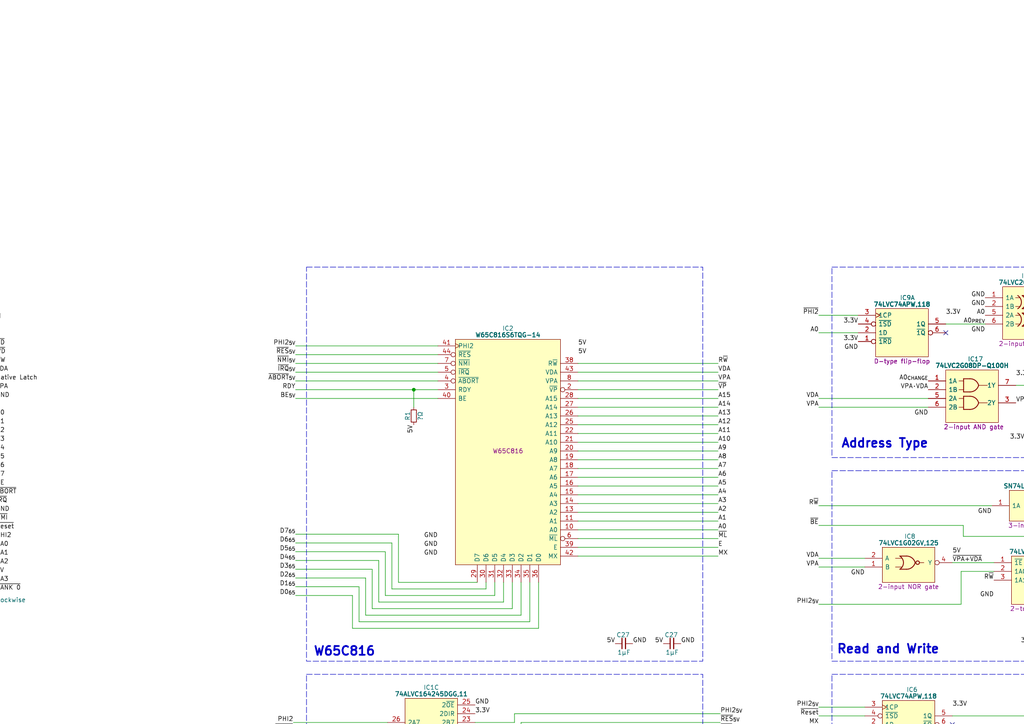
<source format=kicad_sch>
(kicad_sch (version 20230121) (generator eeschema)
  (paper "A4")
  (junction (at 144.145 274.32))
  (junction (at 120.015 113.03))
  (junction (at 440.69 187.96))
  (junction (at 114.935 274.32))
  (no_connect (at 440.69 88.265))
  (no_connect (at 349.885 163.195))
  (no_connect (at 313.69 168.275))
  (no_connect (at 428.625 277.495))
  (no_connect (at -1.27 97.79))
  (no_connect (at 311.15 87.63))
  (no_connect (at 313.69 165.735))
  (no_connect (at -13.97 166.37))
  (no_connect (at 276.225 210.185))
  (no_connect (at 276.225 220.345))
  (no_connect (at 440.69 93.345))
  (no_connect (at 440.69 90.805))
  (no_connect (at 274.32 96.52))
  (no_connect (at 140.335 279.4))
  (wire (pts (xy 512.445 116.205) (xy 486.41 116.205)))
  (wire (pts (xy 99.695 274.32) (xy 114.935 274.32)))
  (wire (pts (xy 85.725 113.03) (xy 120.015 113.03)))
  (wire (pts (xy 99.695 274.32) (xy 99.695 279.4)))
  (wire (pts (xy 208.28 130.81) (xy 167.64 130.81)))
  (wire (pts (xy 85.725 115.57) (xy 127 115.57)))
  (wire (pts (xy 120.015 118.11) (xy 120.015 113.03)))
  (wire (pts (xy 208.28 133.35) (xy 167.64 133.35)))
  (wire (pts (xy 115.57 168.91) (xy 115.57 154.94)))
  (wire (pts (xy 512.445 111.125) (xy 486.41 111.125)))
  (wire (pts (xy 445.77 109.22) (xy 445.77 106.045)))
  (wire (pts (xy 440.055 101.6) (xy 440.055 98.425)))
  (wire (pts (xy 274.32 93.98) (xy 285.75 93.98)))
  (wire (pts (xy 237.49 115.57) (xy 269.24 115.57)))
  (wire (pts (xy 85.725 107.95) (xy 127 107.95)))
  (wire (pts (xy 451.485 116.84) (xy 451.485 113.665)))
  (wire (pts (xy 320.04 158.115) (xy 320.04 146.685)))
  (wire (pts (xy 237.49 118.11) (xy 269.24 118.11)))
  (wire (pts (xy 208.28 158.75) (xy 167.64 158.75)))
  (wire (pts (xy 156.21 182.245) (xy 102.235 182.245)))
  (wire (pts (xy 389.89 85.725) (xy 415.29 85.725)))
  (wire (pts (xy 114.935 274.32) (xy 114.935 276.86)))
  (wire (pts (xy 455.295 121.92) (xy 455.295 118.745)))
  (wire (pts (xy 158.75 219.71) (xy 158.75 222.25)))
  (wire (pts (xy 441.96 100.965) (xy 461.01 100.965)))
  (wire (pts (xy 113.665 157.48) (xy 85.725 157.48)))
  (wire (pts (xy 360.045 217.805) (xy 276.225 217.805)))
  (wire (pts (xy 85.725 170.18) (xy 104.14 170.18)))
  (wire (pts (xy 109.855 174.625) (xy 146.05 174.625)))
  (wire (pts (xy 512.445 208.28) (xy 486.41 208.28)))
  (wire (pts (xy 208.28 156.21) (xy 167.64 156.21)))
  (wire (pts (xy 154.94 217.17) (xy 137.795 217.17)))
  (wire (pts (xy 208.28 118.11) (xy 167.64 118.11)))
  (wire (pts (xy 278.765 175.26) (xy 278.765 165.735)))
  (wire (pts (xy 208.28 161.29) (xy 167.64 161.29)))
  (wire (pts (xy 360.045 273.685) (xy 342.9 273.685)))
  (wire (pts (xy 360.045 207.645) (xy 276.225 207.645)))
  (wire (pts (xy 208.28 125.73) (xy 167.64 125.73)))
  (wire (pts (xy 309.245 273.685) (xy 309.245 280.035)))
  (wire (pts (xy 102.235 182.245) (xy 102.235 172.72)))
  (wire (pts (xy 445.77 106.045) (xy 461.01 106.045)))
  (wire (pts (xy 154.94 214.63) (xy 154.94 217.17)))
  (wire (pts (xy 449.58 111.125) (xy 461.01 111.125)))
  (wire (pts (xy 512.445 118.745) (xy 486.41 118.745)))
  (wire (pts (xy 156.845 219.71) (xy 137.795 219.71)))
  (wire (pts (xy 138.43 168.91) (xy 115.57 168.91)))
  (wire (pts (xy 389.89 114.3) (xy 449.58 114.3)))
  (wire (pts (xy 453.39 119.38) (xy 453.39 116.205)))
  (wire (pts (xy 389.89 149.86) (xy 415.29 149.86)))
  (wire (pts (xy 151.13 209.55) (xy 151.13 212.09)))
  (wire (pts (xy 311.15 276.225) (xy 311.15 294.64)))
  (wire (pts (xy 389.89 165.1) (xy 415.29 165.1)))
  (wire (pts (xy 111.76 172.72) (xy 111.76 160.02)))
  (wire (pts (xy 153.67 180.34) (xy 153.67 168.91)))
  (wire (pts (xy 443.865 103.505) (xy 461.01 103.505)))
  (wire (pts (xy 208.28 120.65) (xy 167.64 120.65)))
  (wire (pts (xy 208.28 143.51) (xy 167.64 143.51)))
  (wire (pts (xy 321.31 170.815) (xy 321.31 168.275)))
  (wire (pts (xy 389.89 162.56) (xy 415.29 162.56)))
  (wire (pts (xy 512.445 274.955) (xy 428.625 274.955)))
  (wire (pts (xy 85.09 222.25) (xy 112.395 222.25)))
  (wire (pts (xy 151.13 212.09) (xy 137.795 212.09)))
  (wire (pts (xy 85.09 212.09) (xy 112.395 212.09)))
  (wire (pts (xy 120.015 113.03) (xy 127 113.03)))
  (wire (pts (xy 307.975 271.145) (xy 317.5 271.145)))
  (wire (pts (xy 237.49 205.105) (xy 250.825 205.105)))
  (wire (pts (xy 389.89 167.64) (xy 415.29 167.64)))
  (wire (pts (xy 208.28 113.03) (xy 167.64 113.03)))
  (wire (pts (xy 144.145 279.4) (xy 144.145 274.32)))
  (wire (pts (xy 85.09 209.55) (xy 112.395 209.55)))
  (wire (pts (xy 389.89 101.6) (xy 440.055 101.6)))
  (wire (pts (xy 238.125 297.18) (xy 279.4 297.18)))
  (wire (pts (xy 106.045 167.64) (xy 85.725 167.64)))
  (wire (pts (xy 237.49 152.4) (xy 279.4 152.4)))
  (wire (pts (xy 156.21 168.91) (xy 156.21 182.245)))
  (wire (pts (xy 104.14 170.18) (xy 104.14 180.34)))
  (wire (pts (xy 512.445 108.585) (xy 486.41 108.585)))
  (wire (pts (xy 321.31 168.275) (xy 324.485 168.275)))
  (wire (pts (xy 208.28 140.97) (xy 167.64 140.97)))
  (wire (pts (xy 208.915 219.71) (xy 158.75 219.71)))
  (wire (pts (xy 148.59 168.91) (xy 148.59 176.53)))
  (wire (pts (xy 144.145 274.32) (xy 149.225 274.32)))
  (wire (pts (xy 106.045 178.435) (xy 106.045 167.64)))
  (wire (pts (xy 102.235 172.72) (xy 85.725 172.72)))
  (wire (pts (xy 512.445 106.045) (xy 486.41 106.045)))
  (wire (pts (xy 85.725 102.87) (xy 127 102.87)))
  (wire (pts (xy 512.445 198.12) (xy 486.41 198.12)))
  (wire (pts (xy 512.445 210.82) (xy 486.41 210.82)))
  (wire (pts (xy 276.225 163.195) (xy 288.29 163.195)))
  (wire (pts (xy 512.445 203.2) (xy 486.41 203.2)))
  (wire (pts (xy 208.28 153.67) (xy 167.64 153.67)))
  (wire (pts (xy 324.485 158.115) (xy 320.04 158.115)))
  (wire (pts (xy 208.28 148.59) (xy 167.64 148.59)))
  (wire (pts (xy 85.725 105.41) (xy 127 105.41)))
  (wire (pts (xy 85.09 219.71) (xy 112.395 219.71)))
  (wire (pts (xy 151.13 168.91) (xy 151.13 178.435)))
  (wire (pts (xy 389.89 90.805) (xy 415.29 90.805)))
  (wire (pts (xy 153.035 214.63) (xy 137.795 214.63)))
  (wire (pts (xy 389.89 280.035) (xy 403.225 280.035)))
  (wire (pts (xy 238.125 292.1) (xy 279.4 292.1)))
  (wire (pts (xy 149.225 209.55) (xy 137.795 209.55)))
  (wire (pts (xy 389.89 147.32) (xy 415.29 147.32)))
  (wire (pts (xy 237.49 175.26) (xy 278.765 175.26)))
  (wire (pts (xy 440.055 98.425) (xy 461.01 98.425)))
  (wire (pts (xy 237.49 210.185) (xy 250.825 210.185)))
  (wire (pts (xy 389.89 157.48) (xy 415.29 157.48)))
  (wire (pts (xy 85.725 154.94) (xy 115.57 154.94)))
  (wire (pts (xy 512.445 103.505) (xy 486.41 103.505)))
  (wire (pts (xy 237.49 96.52) (xy 248.92 96.52)))
  (wire (pts (xy 389.89 121.92) (xy 455.295 121.92)))
  (wire (pts (xy 85.09 217.17) (xy 112.395 217.17)))
  (wire (pts (xy 208.915 217.17) (xy 156.845 217.17)))
  (wire (pts (xy 143.51 168.91) (xy 143.51 172.72)))
  (wire (pts (xy 237.49 264.795) (xy 278.765 264.795)))
  (wire (pts (xy 360.045 92.71) (xy 349.885 92.71)))
  (wire (pts (xy 320.04 146.685) (xy 313.055 146.685)))
  (wire (pts (xy 512.445 195.58) (xy 486.41 195.58)))
  (wire (pts (xy 304.165 264.795) (xy 307.975 264.795)))
  (wire (pts (xy 208.28 138.43) (xy 167.64 138.43)))
  (wire (pts (xy 237.49 207.645) (xy 250.825 207.645)))
  (wire (pts (xy 512.445 205.74) (xy 486.41 205.74)))
  (wire (pts (xy 389.89 152.4) (xy 415.29 152.4)))
  (wire (pts (xy 107.95 176.53) (xy 107.95 165.1)))
  (wire (pts (xy 360.045 158.115) (xy 349.885 158.115)))
  (wire (pts (xy 440.69 200.66) (xy 440.69 187.96)))
  (wire (pts (xy 453.39 116.205) (xy 461.01 116.205)))
  (wire (pts (xy 153.035 212.09) (xy 153.035 214.63)))
  (wire (pts (xy 238.125 294.64) (xy 279.4 294.64)))
  (wire (pts (xy 151.13 178.435) (xy 106.045 178.435)))
  (wire (pts (xy 207.645 229.87) (xy 186.055 229.87)))
  (wire (pts (xy 360.045 111.76) (xy 294.64 111.76)))
  (wire (pts (xy 389.89 106.68) (xy 443.865 106.68)))
  (wire (pts (xy 237.49 277.495) (xy 250.825 277.495)))
  (wire (pts (xy 512.445 193.04) (xy 486.41 193.04)))
  (wire (pts (xy 278.765 165.735) (xy 288.29 165.735)))
  (wire (pts (xy 461.01 200.66) (xy 440.69 200.66)))
  (wire (pts (xy 208.28 107.95) (xy 167.64 107.95)))
  (wire (pts (xy 441.96 104.14) (xy 441.96 100.965)))
  (wire (pts (xy 311.15 294.64) (xy 304.8 294.64)))
  (wire (pts (xy 140.335 274.32) (xy 144.145 274.32)))
  (wire (pts (xy 237.49 267.335) (xy 278.765 267.335)))
  (wire (pts (xy 208.28 135.89) (xy 167.64 135.89)))
  (wire (pts (xy 208.915 209.55) (xy 151.13 209.55)))
  (wire (pts (xy 443.865 106.68) (xy 443.865 103.505)))
  (wire (pts (xy 85.09 214.63) (xy 112.395 214.63)))
  (wire (pts (xy 389.89 154.94) (xy 415.29 154.94)))
  (wire (pts (xy 140.97 170.815) (xy 113.665 170.815)))
  (wire (pts (xy 208.28 105.41) (xy 167.64 105.41)))
  (wire (pts (xy 389.89 160.02) (xy 415.29 160.02)))
  (wire (pts (xy 309.245 280.035) (xy 276.225 280.035)))
  (wire (pts (xy 360.045 173.355) (xy 349.885 173.355)))
  (wire (pts (xy 440.69 187.96) (xy 461.01 187.96)))
  (wire (pts (xy 85.725 162.56) (xy 109.855 162.56)))
  (wire (pts (xy 279.4 152.4) (xy 279.4 155.575)))
  (wire (pts (xy 389.89 109.22) (xy 445.77 109.22)))
  (wire (pts (xy 447.675 111.76) (xy 447.675 108.585)))
  (wire (pts (xy 237.49 161.925) (xy 250.825 161.925)))
  (wire (pts (xy 85.725 100.33) (xy 127 100.33)))
  (wire (pts (xy 104.14 180.34) (xy 153.67 180.34)))
  (wire (pts (xy 455.295 118.745) (xy 461.01 118.745)))
  (wire (pts (xy 311.15 276.225) (xy 317.5 276.225)))
  (wire (pts (xy 208.915 214.63) (xy 154.94 214.63)))
  (wire (pts (xy 317.5 273.685) (xy 309.245 273.685)))
  (wire (pts (xy 148.59 176.53) (xy 107.95 176.53)))
  (wire (pts (xy 143.51 172.72) (xy 111.76 172.72)))
  (wire (pts (xy 447.675 108.585) (xy 461.01 108.585)))
  (wire (pts (xy 111.76 160.02) (xy 85.725 160.02)))
  (wire (pts (xy 360.045 168.275) (xy 349.885 168.275)))
  (wire (pts (xy 99.695 279.4) (xy 100.965 279.4)))
  (wire (pts (xy 207.645 240.665) (xy 156.21 240.665)))
  (wire (pts (xy 389.89 104.14) (xy 441.96 104.14)))
  (wire (pts (xy 237.49 164.465) (xy 250.825 164.465)))
  (wire (pts (xy 208.28 151.13) (xy 167.64 151.13)))
  (wire (pts (xy 158.75 222.25) (xy 137.795 222.25)))
  (wire (pts (xy 512.445 100.965) (xy 486.41 100.965)))
  (wire (pts (xy 208.915 212.09) (xy 153.035 212.09)))
  (wire (pts (xy 107.95 165.1) (xy 85.725 165.1)))
  (wire (pts (xy 389.89 144.78) (xy 415.29 144.78)))
  (wire (pts (xy 237.49 280.035) (xy 250.825 280.035)))
  (wire (pts (xy 512.445 113.665) (xy 486.41 113.665)))
  (wire (pts (xy 449.58 114.3) (xy 449.58 111.125)))
  (wire (pts (xy 237.49 215.265) (xy 250.825 215.265)))
  (wire (pts (xy 237.49 262.255) (xy 278.765 262.255)))
  (wire (pts (xy 208.28 128.27) (xy 167.64 128.27)))
  (wire (pts (xy 208.28 146.05) (xy 167.64 146.05)))
  (wire (pts (xy 313.69 173.355) (xy 324.485 173.355)))
  (wire (pts (xy 451.485 113.665) (xy 461.01 113.665)))
  (wire (pts (xy 208.915 207.01) (xy 149.225 207.01)))
  (wire (pts (xy 208.28 110.49) (xy 167.64 110.49)))
  (wire (pts (xy 237.49 146.685) (xy 287.655 146.685)))
  (wire (pts (xy 156.845 217.17) (xy 156.845 219.71)))
  (wire (pts (xy 85.725 110.49) (xy 127 110.49)))
  (wire (pts (xy 389.89 111.76) (xy 447.675 111.76)))
  (wire (pts (xy 389.89 88.265) (xy 415.29 88.265)))
  (wire (pts (xy 149.225 207.01) (xy 149.225 209.55)))
  (wire (pts (xy 140.97 168.91) (xy 140.97 170.815)))
  (wire (pts (xy 512.445 190.5) (xy 486.41 190.5)))
  (wire (pts (xy 208.28 123.19) (xy 167.64 123.19)))
  (wire (pts (xy 109.855 162.56) (xy 109.855 174.625)))
  (wire (pts (xy 237.49 91.44) (xy 248.92 91.44)))
  (wire (pts (xy 279.4 155.575) (xy 324.485 155.575)))
  (wire (pts (xy 389.89 274.955) (xy 403.225 274.955)))
  (wire (pts (xy 389.89 119.38) (xy 453.39 119.38)))
  (wire (pts (xy 440.69 95.885) (xy 461.01 95.885)))
  (wire (pts (xy 389.89 116.84) (xy 451.485 116.84)))
  (wire (pts (xy 146.05 174.625) (xy 146.05 168.91)))
  (wire (pts (xy 208.28 115.57) (xy 167.64 115.57)))
  (wire (pts (xy 307.975 264.795) (xy 307.975 271.145)))
  (wire (pts (xy 313.69 170.815) (xy 321.31 170.815)))
  (wire (pts (xy 113.665 170.815) (xy 113.665 157.48)))
  (rectangle (start 241.3 254.635) (end 356.235 309.88) (stroke (width 0) (type dash)))
  (rectangle (start 88.9 195.58) (end 203.835 250.825) (stroke (width 0) (type dash)))
  (rectangle (start 88.9 254.635) (end 203.835 309.88) (stroke (width 0) (type dash)))
  (rectangle (start 393.7 77.47) (end 508.635 132.715) (stroke (width 0) (type dash)))
  (rectangle (start 241.3 136.525) (end 356.235 191.77) (stroke (width 0) (type dash)))
  (rectangle (start 393.7 254.635) (end 508.635 309.88) (stroke (width 0) (type dash)))
  (rectangle (start 241.3 77.47) (end 356.235 132.715) (stroke (width 0) (type dash)))
  (rectangle (start 241.3 195.58) (end 356.235 250.825) (stroke (width 0) (type dash)))
  (rectangle (start 88.9 77.47) (end 203.835 191.77) (stroke (width 0) (type dash)))
  (rectangle (start 393.7 136.525) (end 508.635 250.825) (stroke (width 0) (type dash)))
  (text "Data" (at 394.97 130.81 0) (effects (font (size 2.54 2.54) (thickness 0.508) bold) (justify left bottom)))
  (text "Bank Zero detect" (at 242.57 307.975 0) (effects (font (size 2.54 2.54) (thickness 0.508) bold) (justify left bottom)))
  (text "Read and Write" (at 242.57 189.865 0) (effects (font (size 2.54 2.54) (thickness 0.508) bold) (justify left bottom)))
  (text "Bank Capture" (at 395.605 248.285 0) (effects (font (size 2.54 2.54) (thickness 0.508) bold) (justify left bottom)))
  (text "Address Type" (at 243.84 130.175 0) (effects (font (size 2.54 2.54) (thickness 0.508) bold) (justify left bottom)))
  (text "M and X capture" (at 242.57 248.92 0) (effects (font (size 2.54 2.54) (thickness 0.508) bold) (justify left bottom)))
  (text "Power" (at 91.44 306.705 0) (effects (font (size 2.54 2.54) (thickness 0.508) bold) (justify left bottom)))
  (text "W65C816" (at 90.805 190.5 0) (effects (font (size 2.54 2.54) (thickness 0.508) bold) (justify left bottom)))
  (text "Native Mode" (at 394.97 307.975 0) (effects (font (size 2.54 2.54) (thickness 0.508) bold) (justify left bottom)))
  (text "Signals" (at 90.805 248.92 0) (effects (font (size 2.54 2.54) (thickness 0.508) bold) (justify left bottom)))
  (label "3.3V" (at 311.15 85.09 0))
  (label "GND" (at 318.77 127.635 0))
  (label "GND" (at 415.29 191.77 180))
  (label "GND" (at 415.29 95.885 180))
  (label "BE" (at -13.97 140.97 180))
  (label "BA5" (at 483.235 167.005 0))
  (label "~{RD}_{PART}" (at 313.69 173.355 0))
  (label "GND" (at -13.97 115.57 180))
  (label "BE_{5V}" (at 208.915 219.71 0))
  (label "A6" (at 208.28 138.43 0))
  (label "3.3V" (at 190.5 304.165 180))
  (label "GND" (at -1.27 148.59 0))
  (label "Opcode Valid" (at 360.045 111.76 0))
  (label "R~{W}" (at 237.49 146.685 180))
  (label "5V" (at -1.27 166.37 0))
  (label "D1" (at -1.27 123.19 0))
  (label "GND" (at 302.26 127.635 0))
  (label "GND" (at 191.135 287.655 0))
  (label "~{IRQ}" (at -1.27 146.05 0))
  (label "3.3V" (at 137.795 207.01 0))
  (label "VPA·VDA" (at 294.64 116.84 0))
  (label "GND" (at 324.485 96.52 180))
  (label "GND" (at 179.705 304.165 0))
  (label "~{IRQ}_{5V}" (at 85.725 107.95 180))
  (label "A13" (at -13.97 133.35 180))
  (label "D5_{VHC}" (at 440.69 154.94 0))
  (label "BA2" (at 483.235 151.13 0))
  (label "GND" (at 250.825 225.425 180))
  (label "GND" (at 191.135 285.115 0))
  (label "D7" (at -1.27 138.43 0))
  (label "D4" (at 512.445 108.585 0))
  (label "GND" (at 337.185 304.8 0))
  (label "GND" (at 285.75 96.52 180))
  (label "3.3V" (at 313.69 127.635 180))
  (label "MX" (at 208.28 161.29 0))
  (label "D5_{65}" (at 389.89 109.22 180))
  (label "D6_{65}" (at 389.89 106.68 180))
  (label "A14" (at 208.28 118.11 0))
  (label "D4_{VHC}" (at 462.915 164.465 180))
  (label "5V" (at 482.6 245.11 180))
  (label "A0_{PREV}" (at 285.75 93.98 180))
  (label "~{ABORT}_{5V}" (at 208.915 217.17 0))
  (label "D2_{65}" (at 389.89 116.84 180))
  (label "3.3V" (at 329.565 186.69 180))
  (label "A15" (at 208.28 115.57 0))
  (label "~{PHI2}" (at 237.49 215.265 180))
  (label "R~{W}" (at 288.29 168.275 180))
  (label "D5_{65}" (at 461.01 195.58 180))
  (label "BA3" (at 512.445 210.82 0))
  (label "D1_{65}" (at 85.725 170.18 180))
  (label "~{NMI}_{5V}" (at 85.725 105.41 180))
  (label "3.3V" (at 344.805 245.745 180))
  (label "GND" (at 250.825 167.005 180))
  (label "5V" (at 167.64 100.33 0))
  (label "GND" (at 160.655 232.41 180))
  (label "A5" (at -13.97 110.49 180))
  (label "GND" (at 324.485 163.195 180))
  (label "GND" (at 269.24 120.65 180))
  (label "VPA" (at 208.28 110.49 0))
  (label "~{DE}" (at 440.69 95.885 0))
  (label "BA6" (at -13.97 158.75 180))
  (label "A15" (at -13.97 138.43 180))
  (label "VPA" (at 237.49 118.11 180))
  (label "3.3V" (at 248.92 99.06 180))
  (label "A5" (at 208.28 140.97 0))
  (label "A7" (at -13.97 118.11 180))
  (label "D1_{65}" (at 389.89 119.38 180))
  (label "GND" (at 197.485 186.69 0))
  (label "5V" (at 178.435 186.69 180))
  (label "GND" (at 305.435 186.69 0))
  (label "BA1" (at 483.235 148.59 0))
  (label "D7" (at 512.445 100.965 0))
  (label "BA1" (at 238.125 294.64 180))
  (label "D5" (at 512.445 106.045 0))
  (label "D2" (at -1.27 125.73 0))
  (label "MX" (at 237.49 210.185 180))
  (label "BA5" (at 237.49 267.335 180))
  (label "5V" (at 332.105 304.8 180))
  (label "RDY" (at 85.725 113.03 180))
  (label "BA5+BA6+BA7" (at 304.165 264.795 0))
  (label "X" (at -1.27 95.25 0))
  (label "A9" (at 208.28 130.81 0))
  (label "D6_{VHC}" (at 462.915 169.545 180))
  (label "GND" (at 285.75 88.9 180))
  (label "A4" (at -13.97 107.95 180))
  (label "3.3V" (at 186.055 227.33 0))
  (label "RDY" (at -13.97 143.51 180))
  (label "D6_{65}" (at 85.725 157.48 180))
  (label "BE" (at 85.09 222.25 180))
  (label "VDA" (at -1.27 107.95 0))
  (label "BA0" (at -1.27 158.75 0))
  (label "FET ~{OE}" (at 440.69 187.96 0))
  (label "D7_{65}" (at 389.89 104.14 180))
  (label "BA2" (at -1.27 163.83 0))
  (label "BA0" (at 483.235 146.05 0))
  (label "A3" (at 208.28 146.05 0))
  (label "5V" (at 304.165 262.255 0))
  (label "D1_{VHC}" (at 440.69 165.1 0))
  (label "D1_{65}" (at 389.89 165.1 180))
  (label "GND" (at 501.015 245.11 0))
  (label "3.3V" (at 149.225 274.32 0))
  (label "BA4" (at 483.235 164.465 0))
  (label "GND" (at 287.655 149.225 180))
  (label "A0" (at 285.75 91.44 180))
  (label "~{ML}" (at 208.28 156.21 0))
  (label "D6_{VHC}" (at 440.69 152.4 0))
  (label "GND" (at 165.735 282.575 180))
  (label "~{ABORT}" (at 85.09 219.71 180))
  (label "3.3V" (at 294.64 109.22 0))
  (label "5V" (at 305.435 304.8 180))
  (label "DE" (at 389.89 88.265 180))
  (label "BA0" (at 238.125 297.18 180))
  (label "A11" (at 208.28 125.73 0))
  (label "D6_{65}" (at 461.01 193.04 180))
  (label "3.3V" (at 428.625 272.415 0))
  (label "GND" (at 137.795 227.33 0))
  (label "D5_{65}" (at 85.725 160.02 180))
  (label "~{BE}" (at 237.49 152.4 180))
  (label "3.3V" (at 313.69 163.195 0))
  (label "D4_{65}" (at 389.89 111.76 180))
  (label "D0_{65}" (at 85.725 172.72 180))
  (label "BA0+BA1+BA2" (at 304.8 294.64 0))
  (label "~{PHI2}" (at 389.89 85.725 180))
  (label "5V" (at 276.225 277.495 0))
  (label "~{BE}" (at 207.645 229.87 0))
  (label "~{NMI}" (at 85.09 214.63 180))
  (label "D1_{VHC}" (at 462.915 148.59 180))
  (label "BA7" (at 512.445 190.5 0))
  (label "A12" (at -13.97 130.81 180))
  (label "3.3V" (at 349.885 155.575 0))
  (label "GND" (at 461.01 213.36 180))
  (label "5V" (at 120.015 123.19 270))
  (label "GND" (at 114.935 279.4 180))
  (label "GND" (at 403.225 277.495 180))
  (label "~{PHI2}" (at 207.645 240.665 0))
  (label "GND" (at 195.58 304.165 0))
  (label "5V" (at 314.325 186.69 180))
  (label "GND" (at 250.825 285.115 180))
  (label "3.3V" (at 248.92 93.98 180))
  (label "D4_{65}" (at 461.01 198.12 180))
  (label "VDA" (at 237.49 161.925 180))
  (label "D3_{VHC}" (at 462.915 153.67 180))
  (label "~{BANK 0}" (at 360.045 273.685 0))
  (label "Native Latch" (at 512.445 274.955 0))
  (label "BA5" (at 512.445 195.58 0))
  (label "GND" (at 487.68 245.11 0))
  (label "D5_{VHC}" (at 462.915 167.005 180))
  (label "~{IRQ}" (at 85.09 217.17 180))
  (label "GND" (at 278.765 269.875 180))
  (label "D1_{65}" (at 461.01 205.74 180))
  (label "A14" (at -13.97 135.89 180))
  (label "D6_{65}" (at 389.89 152.4 180))
  (label "VDA" (at 208.28 107.95 0))
  (label "5V" (at 165.735 267.335 180))
  (label "X" (at 360.045 207.645 0))
  (label "GND" (at 165.735 290.195 180))
  (label "BA6" (at 483.235 169.545 0))
  (label "GND" (at 403.225 282.575 180))
  (label "D3" (at -1.27 128.27 0))
  (label "A1" (at -13.97 95.25 180))
  (label "R~{W}" (at 208.28 105.41 0))
  (label "~{R}W" (at 360.045 158.115 0))
  (label "A8" (at -13.97 120.65 180))
  (label "5V" (at 318.77 304.8 180))
  (label "5V" (at 345.44 304.8 180))
  (label "VPA" (at 324.485 93.98 180))
  (label "A3" (at -13.97 105.41 180))
  (label "3.3V" (at 313.055 144.145 0))
  (label "A1" (at 208.28 151.13 0))
  (label "PHI2_{5V}" (at 237.49 205.105 180))
  (label "5V" (at 99.695 274.32 180))
  (label "~{NMI}_{5V}" (at 208.915 212.09 0))
  (label "GND" (at 191.135 290.195 0))
  (label "GND" (at 137.795 224.79 0))
  (label "3.3V" (at 191.135 267.335 0))
  (label "5V" (at 495.935 245.11 180))
  (label "VPA" (at 237.49 164.465 180))
  (label "~{R}W" (at -1.27 105.41 0))
  (label "BA6" (at 512.445 193.04 0))
  (label "~{VP}" (at -13.97 168.91 180))
  (label "BA7" (at 237.49 262.255 180))
  (label "A4" (at 208.28 143.51 0))
  (label "GND" (at 127 156.21 180))
  (label "D3_{65}" (at 85.725 165.1 180))
  (label "BE" (at 389.89 90.805 180))
  (label "BE_{5V}" (at 85.725 115.57 180))
  (label "BA3" (at -1.27 168.91 0))
  (label "PHI2" (at -1.27 156.21 0))
  (label "A0" (at 237.49 96.52 180))
  (label "BA5" (at -13.97 161.29 180))
  (label "3.3V" (at 250.825 222.885 180))
  (label "D5" (at -1.27 133.35 0))
  (label "BA3" (at 483.235 153.67 0))
  (label "D3" (at 512.445 111.125 0))
  (label "D0" (at 512.445 118.745 0))
  (label "~{ABORT}" (at -1.27 143.51 0))
  (label "D2_{65}" (at 461.01 208.28 180))
  (label "~{WD}" (at 360.045 168.275 0))
  (label "GND" (at 106.045 279.4 0))
  (label "3.3V" (at 156.21 238.125 0))
  (label "5V" (at 174.625 304.165 180))
  (label "A8" (at 208.28 133.35 0))
  (label "~{IRQ}_{5V}" (at 208.915 214.63 0))
  (label "D2_{65}" (at 85.725 167.64 180))
  (label "GND" (at 165.735 287.655 180))
  (label "A9" (at -13.97 123.19 180))
  (label "D0_{65}" (at 389.89 121.92 180))
  (label "R~{W}" (at -13.97 151.13 180))
  (label "PHI2" (at 85.09 209.55 180))
  (label "D7_{VHC}" (at 440.69 149.86 0))
  (label "D7_{65}" (at 389.89 149.86 180))
  (label "~{Reset}" (at 237.49 207.645 180))
  (label "3.3V" (at 349.885 90.17 0))
  (label "D3_{65}" (at 389.89 160.02 180))
  (label "~{BE}" (at 324.485 160.655 180))
  (label "A0" (at -13.97 92.71 180))
  (label "~{PHI2}" (at 389.89 147.32 180))
  (label "GND" (at 288.29 173.355 180))
  (label "D3_{VHC}" (at 440.69 160.02 0))
  (label "5V" (at 486.41 187.96 0))
  (label "3.3V" (at 440.69 85.725 0))
  (label "D0_{65}" (at 461.01 203.2 180))
  (label "D0_{VHC}" (at 462.915 146.05 180))
  (label "BA0" (at 512.445 203.2 0))
  (label "DE" (at -1.27 140.97 0))
  (label "D4_{65}" (at 85.725 162.56 180))
  (label "GND" (at 112.395 227.33 180))
  (label "3.3V" (at 297.18 127.635 180))
  (label "~{NMI}" (at -1.27 151.13 0))
  (label "GND" (at 324.485 175.895 180))
  (label "RW_{PART}" (at 313.055 146.685 0))
  (label "A13" (at 208.28 120.65 0))
  (label "D2" (at 512.445 113.665 0))
  (label "GND" (at 248.92 101.6 180))
  (label "GND" (at 137.795 204.47 0))
  (label "GND" (at -1.27 115.57 0))
  (label "GND" (at 310.515 304.8 0))
  (label "D6" (at -1.27 135.89 0))
  (label "PHI2_{5V}" (at 237.49 175.26 180))
  (label "D7_{VHC}" (at 462.915 172.085 180))
  (label "~{BE}" (at 324.485 165.735 180))
  (label "D6" (at 512.445 103.505 0))
  (label "5V" (at 276.225 160.655 0))
  (label "5V" (at 440.69 144.78 0))
  (label "GND" (at 415.29 170.18 180))
  (label "MX" (at 250.825 220.345 180))
  (label "BA2" (at 512.445 208.28 0))
  (label "A6" (at -13.97 113.03 180))
  (label "~{Reset}" (at -1.27 153.67 0))
  (label "BA7" (at -13.97 156.21 180))
  (label "GND" (at 127 161.29 180))
  (label "Address Valid" (at 360.045 92.71 0))
  (label "BA1" (at -1.27 161.29 0))
  (label "PHI2" (at 130.81 240.665 180))
  (label "D4_{VHC}" (at 440.69 157.48 0))
  (label "D7_{65}" (at 461.01 190.5 180))
  (label "~{RD}" (at 360.045 173.355 0))
  (label "GND" (at 279.4 299.72 180))
  (label "~{BANK 0}" (at -1.27 171.45 0))
  (label "3.3V" (at 250.825 212.725 180))
  (label "~{RD}" (at -1.27 100.33 0))
  (label "A2" (at 208.28 148.59 0))
  (label "GND" (at 319.405 186.69 0))
  (label "R~{W}" (at 389.89 101.6 180))
  (label "GND" (at 334.645 186.69 0))
  (label "BA4" (at -13.97 163.83 180))
  (label "GND" (at 350.52 304.8 0))
  (label "GND" (at -13.97 148.59 180))
  (label "3.3V" (at 274.32 91.44 0))
  (label "~{PHI2}" (at -13.97 153.67 180))
  (label "GND" (at 403.225 272.415 180))
  (label "BE" (at 160.655 229.87 180))
  (label "D2_{VHC}" (at 462.915 151.13 180))
  (label "BA2" (at 238.125 292.1 180))
  (label "~{Reset}" (at 85.09 212.09 180))
  (label "3.3V" (at 276.225 205.105 0))
  (label "A11" (at -13.97 128.27 180))
  (label "~{BE}" (at 415.29 186.69 180))
  (label "A0_{CHANGE}" (at 311.15 92.71 0))
  (label "3.3V" (at 300.355 186.69 180))
  (label "E" (at -1.27 118.11 0))
  (label "D4_{65}" (at 389.89 157.48 180))
  (label "~{WD}" (at -1.27 102.87 0))
  (label "GND" (at 317.5 278.765 180))
  (label "M" (at -1.27 92.71 0))
  (label "GND" (at 334.01 127.635 0))
  (label "PHI2_{5V}" (at 208.915 207.01 0))
  (label "3.3V" (at 345.44 186.69 180))
  (label "5V" (at 165.735 269.875 180))
  (label "GND" (at 250.825 282.575 180))
  (label "PHI2_{5V}" (at 85.725 100.33 180))
  (label "A10" (at 208.28 128.27 0))
  (label "GND" (at 501.65 304.8 0))
  (label "~{ML}" (at -13.97 171.45 180))
  (label "M" (at 360.045 217.805 0))
  (label "Native Latch" (at -1.27 110.49 0))
  (label "D2_{65}" (at 389.89 162.56 180))
  (label "GND" (at 350.52 186.69 0))
  (label "VPA" (at -1.27 113.03 0))
  (label "D5_{65}" (at 389.89 154.94 180))
  (label "D2_{VHC}" (at 440.69 162.56 0))
  (label "BA4" (at 237.49 277.495 180))
  (label "~{RES}_{5V}" (at 208.915 209.55 0))
  (label "VPA·VDA" (at 269.24 113.03 180))
  (label "~{VPA+VDA}" (at 276.225 163.195 0))
  (label "D0_{65}" (at 389.89 167.64 180))
  (label "D1" (at 512.445 116.205 0))
  (label "A12" (at 208.28 123.19 0))
  (label "5V" (at 167.64 102.87 0))
  (label "~{Reset}" (at 389.89 280.035 180))
  (label "3.3V" (at 328.93 127.635 180))
  (label "A0" (at 208.28 153.67 0))
  (label "~{RES}_{5V}" (at 85.725 102.87 180))
  (label "A10" (at -13.97 125.73 180))
  (label "~{BE}" (at 324.485 170.815 180))
  (label "VDA" (at 324.485 91.44 180))
  (label "BA7" (at 483.235 172.085 0))
  (label "D0" (at -1.27 120.65 0))
  (label "VDA" (at 237.49 115.57 180))
  (label "GND" (at 323.85 304.8 0))
  (label "3.3V" (at 440.69 185.42 0))
  (label "BA4" (at 512.445 198.12 0))
  (label "~{ABORT}_{5V}" (at 85.725 110.49 180))
  (label "GND" (at 349.885 245.745 0))
  (label "~{WD}_{PART}" (at 313.69 170.815 0))
  (label "BA3" (at 237.49 280.035 180))
  (label "D3_{65}" (at 389.89 114.3 180))
  (label "A0_{CHANGE}" (at 269.24 110.49 180))
  (label "D3_{65}" (at 461.01 210.82 180))
  (label "~{Reset}" (at 250.825 217.805 180))
  (label "5V" (at 192.405 186.69 180))
  (label "GND" (at 183.515 186.69 0))
  (label "D4" (at -1.27 130.81 0))
  (label "~{BE}" (at 389.89 144.78 180))
  (label "E" (at 208.28 158.75 0))
  (label "GND" (at 149.225 279.4 0))
  (label "BA3+BA4" (at 276.225 280.035 0))
  (label "GND" (at 130.81 243.205 180))
  (label "A2" (at -13.97 102.87 180))
  (label "3.3V" (at 496.57 304.8 180))
  (label "GND" (at 127 158.75 180))
  (label "5V" (at 342.9 271.145 0))
  (label "A7" (at 208.28 135.89 0))
  (label "3.3V" (at 191.135 269.875 0))
  (label "5V" (at -13.97 97.79 180))
  (label "GND" (at 285.75 86.36 180))
  (label "D0_{VHC}" (at 440.69 167.64 0))
  (label "Opcode Valid" (at -13.97 100.33 180))
  (label "GND" (at 165.735 285.115 180))
  (label "E" (at 389.89 274.955 180))
  (label "D7_{65}" (at 85.725 154.94 180))
  (label "~{PHI2}" (at 237.49 91.44 180))
  (label "PHI2" (at 415.29 189.23 180))
  (label "GND" (at 112.395 224.79 180))
  (label "BA1" (at 512.445 205.74 0))
  (label "GND" (at 191.135 282.575 0))
  (label "Address Valid" (at -13.97 146.05 180))
  (label "BA6" (at 237.49 264.795 180))
  (label "~{VP}" (at 208.28 113.03 0))
  (label "5V" (at 304.8 292.1 0))
  (symbol (lib_id "Nexperia:74LVC2G32DP,125_Multi") (at 415.29 186.69 0) (unit 2)
    (property "Reference" "IC15" (at 427.99 180.34 0))
    (property "Value" "74LVC2G32DP,125" (at 427.99 182.245 0) (effects (font bold)))
    (property "Footprint" "SOP65P400X110-8N" (effects hide))
    (property "Datasheet" "https://assets.nexperia.com/documents/data-sheet/74LVC2G32.pdf" (effects hide))
    (property "Description" "2-input OR gate" (at 427.99 194.945 0))
    (property "Height" "1.1" (effects hide))
    (property "Manufacturer_Name" "Nexperia" (effects hide))
    (property "Manufacturer_Part_Number" "74LVC2G32DP,125" (effects hide))
    (property "Mouser Part Number" "771-LVC2G32DP125" (effects hide))
    (property "Mouser Price/Stock" "https://www.mouser.co.uk/ProductDetail/Nexperia/74LVC2G32DP125?qs=me8TqzrmIYW%2FQ9dGbQTEYg%3D%3D" (effects hide))
    (property "Silkscreen" "'2G32" (effects hide))
  )
  (symbol (lib_id "HCP65:C_0805") (at 313.69 127.635 0) (unit 1)
    (property "Reference" "C23" (at 315.976 125.095 0))
    (property "Value" "1μF" (at 316.23 130.175 0))
    (property "Footprint" "SamacSys_Parts:C_0805" (effects hide))
    (instances (project "Pico Sound" (path "" (reference "C23") (unit 1))) (project "MPU Breakout" (path "" (reference "C17") (unit 1)) (path "" (reference "C8") (unit 1))))
  )
  (symbol (lib_id "HCP65:C_0805") (at 318.77 304.8 0) (unit 1)
    (property "Reference" "C30" (at 321.056 302.26 0))
    (property "Value" "1μF" (at 321.31 307.34 0))
    (property "Footprint" "SamacSys_Parts:C_0805" (effects hide))
    (instances (project "Pico Sound" (path "" (reference "C30") (unit 1))) (project "MPU Breakout" (path "" (reference "C4") (unit 1)) (path "" (reference "C10") (unit 1))))
  )
  (symbol (lib_id "HCP65:C_0805") (at 192.405 186.69 0) (unit 1)
    (property "Reference" "C27" (at 194.691 184.15 0))
    (property "Value" "1μF" (at 194.945 189.23 0))
    (property "Footprint" "SamacSys_Parts:C_0805" (effects hide))
    (instances (project "Pico Sound" (path "" (reference "C27") (unit 1))) (project "MPU Breakout" (path "" (reference "C6") (unit 1)) (path "" (reference "C4") (unit 1))))
  )
  (symbol (lib_id "Nexperia:74LVC74APW,118") (at 250.825 205.105 0) (unit 1)
    (property "Reference" "IC6" (at 262.89 200.025 0) (effects (justify left)))
    (property "Value" "74LVC74APW,118" (at 263.525 201.93 0) (effects (font bold)))
    (property "Footprint" "SOP65P640X110-14N" (effects hide))
    (property "Datasheet" "https://assets.nexperia.com/documents/data-sheet/74LVC74A.pdf" (effects hide))
    (property "Description" "D-type flip-flop" (at 263.525 228.6 0))
    (property "Height" "1.1" (effects hide))
    (property "Mouser Part Number" "771-74LVC74APW-T" (effects hide))
    (property "Mouser Price/Stock" "https://www.mouser.co.uk/ProductDetail/Nexperia/74LVC74APW118?qs=me8TqzrmIYVtXwVfet0lzw%3D%3D" (effects hide))
    (property "Manufacturer_Name" "Nexperia" (effects hide))
    (property "Manufacturer_Part_Number" "74LVC74APW,118" (effects hide))
    (property "Silkscreen" "74LVC74" (effects hide))
  )
  (symbol (lib_id "Bourns:CAY16-221J4LF") (at 462.915 146.05 0) (unit 1)
    (property "Reference" "RN2" (at 473.075 140.97 0))
    (property "Value" "CAY16-221J4LF" (at 473.075 142.875 0))
    (property "Footprint" "CAY1647R0F4LF" (effects hide))
    (property "Datasheet" "https://www.bourns.com/docs/Product-Datasheets/CATCAY.pdf" (effects hide))
    (property "Description" "220Ω 4-array resistor" (at 473.075 156.845 0))
    (property "Height" "0.6" (effects hide))
    (property "Manufacturer_Name" "Bourns" (effects hide))
    (property "Manufacturer_Part_Number" "CAY16-221J4LF" (effects hide))
    (property "Mouser Part Number" "652-CAY16-221J4LF" (effects hide))
    (property "Mouser Price/Stock" "https://www.mouser.co.uk/ProductDetail/Bourns/CAY16-221J4LF?qs=BKfsZh40Pd9sAo64tUrb9Q%3D%3D" (effects hide))
    (property "Arrow Part Number" "CAY16-221J4LF" (effects hide))
    (property "Arrow Price/Stock" "https://www.arrow.com/en/products/cay16-221j4lf/bourns?region=nac" (effects hide))
    (property "Silkscreen" "220Ω" (effects hide))
  )
  (symbol (lib_id "Nexperia:74LVC2G32DP,125_Multi") (at 324.485 91.44 0) (unit 1)
    (property "Reference" "IC15" (at 337.185 85.09 0))
    (property "Value" "74LVC2G32DP,125" (at 337.185 86.995 0) (effects (font bold)))
    (property "Footprint" "SOP65P400X110-8N" (effects hide))
    (property "Datasheet" "https://assets.nexperia.com/documents/data-sheet/74LVC2G32.pdf" (effects hide))
    (property "Description" "2-input OR gate" (at 337.185 99.695 0))
    (property "Height" "1.1" (effects hide))
    (property "Manufacturer_Name" "Nexperia" (effects hide))
    (property "Manufacturer_Part_Number" "74LVC2G32DP,125" (effects hide))
    (property "Mouser Part Number" "771-LVC2G32DP125" (effects hide))
    (property "Mouser Price/Stock" "https://www.mouser.co.uk/ProductDetail/Nexperia/74LVC2G32DP125?qs=me8TqzrmIYW%2FQ9dGbQTEYg%3D%3D" (effects hide))
    (property "Silkscreen" "'2G32" (effects hide))
  )
  (symbol (lib_id "HCP65:C_0805") (at 329.565 186.69 0) (unit 1)
    (property "Reference" "C23" (at 331.851 184.15 0))
    (property "Value" "1μF" (at 332.105 189.23 0))
    (property "Footprint" "SamacSys_Parts:C_0805" (effects hide))
    (instances (project "Pico Sound" (path "" (reference "C23") (unit 1))) (project "MPU Breakout" (path "" (reference "C21") (unit 1)) (path "" (reference "C12") (unit 1))))
  )
  (symbol (lib_id "Texas_Instruments:SN74LVC1G332DCKRG4") (at 278.765 262.255 0) (unit 1)
    (property "Reference" "IC10" (at 291.465 257.175 0))
    (property "Value" "SN74LVC1G332DCKRG4" (at 291.465 259.08 0) (effects (font bold)))
    (property "Footprint" "SOT65P210X110-6N" (effects hide))
    (property "Datasheet" "http://www.ti.com/lit/ds/symlink/sn74lvc1g332.pdf" (effects hide))
    (property "Description" "3-input OR gate" (at 291.465 273.05 0))
    (property "Height" "1.1" (effects hide))
    (property "Mouser Part Number" "595-LVC1G332DCKRG4" (effects hide))
    (property "Mouser Price/Stock" "https://www.mouser.co.uk/ProductDetail/Texas-Instruments/SN74LVC1G332DCKRG4?qs=nqigI8dpoHKsm9DcYnuRDQ%3D%3D" (effects hide))
    (property "Manufacturer_Name" "Texas Instruments" (effects hide))
    (property "Manufacturer_Part_Number" "SN74LVC1G332DCKRG4" (effects hide))
    (property "Silkscreen" "'1G332" (effects hide))
  )
  (symbol (lib_id "Bourns:CAY16-221J4LF") (at 462.915 164.465 0) (unit 1)
    (property "Reference" "RN1" (at 473.075 159.385 0))
    (property "Value" "CAY16-221J4LF" (at 473.075 161.29 0))
    (property "Footprint" "CAY1647R0F4LF" (effects hide))
    (property "Datasheet" "https://www.bourns.com/docs/Product-Datasheets/CATCAY.pdf" (effects hide))
    (property "Description" "220Ω 4-array resistor" (at 473.075 175.26 0))
    (property "Height" "0.6" (effects hide))
    (property "Manufacturer_Name" "Bourns" (effects hide))
    (property "Manufacturer_Part_Number" "CAY16-221J4LF" (effects hide))
    (property "Mouser Part Number" "652-CAY16-221J4LF" (effects hide))
    (property "Mouser Price/Stock" "https://www.mouser.co.uk/ProductDetail/Bourns/CAY16-221J4LF?qs=BKfsZh40Pd9sAo64tUrb9Q%3D%3D" (effects hide))
    (property "Arrow Part Number" "CAY16-221J4LF" (effects hide))
    (property "Arrow Price/Stock" "https://www.arrow.com/en/products/cay16-221j4lf/bourns?region=nac" (effects hide))
    (property "Silkscreen" "220Ω" (effects hide))
  )
  (symbol (lib_id "Texas_Instruments:SN74LVC1G332DCKRG4") (at 279.4 292.1 0) (unit 1)
    (property "Reference" "IC12" (at 292.1 287.02 0))
    (property "Value" "SN74LVC1G332DCKRG4" (at 292.1 288.925 0) (effects (font bold)))
    (property "Footprint" "SOT65P210X110-6N" (effects hide))
    (property "Datasheet" "http://www.ti.com/lit/ds/symlink/sn74lvc1g332.pdf" (effects hide))
    (property "Description" "3-input OR gate" (at 292.1 302.895 0))
    (property "Height" "1.1" (effects hide))
    (property "Mouser Part Number" "595-LVC1G332DCKRG4" (effects hide))
    (property "Mouser Price/Stock" "https://www.mouser.co.uk/ProductDetail/Texas-Instruments/SN74LVC1G332DCKRG4?qs=nqigI8dpoHKsm9DcYnuRDQ%3D%3D" (effects hide))
    (property "Manufacturer_Name" "Texas Instruments" (effects hide))
    (property "Manufacturer_Part_Number" "SN74LVC1G332DCKRG4" (effects hide))
    (property "Silkscreen" "'1G332" (effects hide))
  )
  (symbol (lib_id "HCP65:C_0805") (at 496.57 304.8 0) (unit 1)
    (property "Reference" "C23" (at 498.856 302.26 0))
    (property "Value" "1μF" (at 499.11 307.34 0))
    (property "Footprint" "SamacSys_Parts:C_0805" (effects hide))
    (instances (project "Pico Sound" (path "" (reference "C23") (unit 1))) (project "MPU Breakout" (path "" (reference "C1") (unit 1)) (path "" (reference "C19") (unit 1))))
  )
  (symbol (lib_id "Texas_Instruments:SN74LVC1G332DCKRG4") (at 250.825 277.495 0) (unit 1)
    (property "Reference" "IC13" (at 263.525 272.415 0))
    (property "Value" "SN74LVC1G332DCKRG4" (at 263.525 274.32 0) (effects (font bold)))
    (property "Footprint" "SOT65P210X110-6N" (effects hide))
    (property "Datasheet" "http://www.ti.com/lit/ds/symlink/sn74lvc1g332.pdf" (effects hide))
    (property "Description" "3-input OR gate" (at 263.525 288.29 0))
    (property "Height" "1.1" (effects hide))
    (property "Mouser Part Number" "595-LVC1G332DCKRG4" (effects hide))
    (property "Mouser Price/Stock" "https://www.mouser.co.uk/ProductDetail/Texas-Instruments/SN74LVC1G332DCKRG4?qs=nqigI8dpoHKsm9DcYnuRDQ%3D%3D" (effects hide))
    (property "Manufacturer_Name" "Texas Instruments" (effects hide))
    (property "Manufacturer_Part_Number" "SN74LVC1G332DCKRG4" (effects hide))
    (property "Silkscreen" "'1G332" (effects hide))
  )
  (symbol (lib_id "Nexperia:74LVC1G02GV,125") (at 250.825 161.925 0) (unit 1)
    (property "Reference" "IC8" (at 262.255 155.575 0) (effects (justify left)))
    (property "Value" "74LVC1G02GV,125" (at 254.635 157.48 0) (effects (font bold) (justify left)))
    (property "Footprint" "SOT95P275X110-5N" (effects hide))
    (property "Datasheet" "https://assets.nexperia.com/documents/data-sheet/74LVC1G02.pdf" (effects hide))
    (property "Description" "2-input NOR gate" (at 254.635 170.18 0) (effects (justify left)))
    (property "Height" "1.1" (effects hide))
    (property "Manufacturer_Name" "Nexperia" (effects hide))
    (property "Manufacturer_Part_Number" "74LVC1G02GV,125" (effects hide))
    (property "Mouser Part Number" "771-LVC1G02GV125" (effects hide))
    (property "Mouser Price/Stock" "https://www.mouser.co.uk/ProductDetail/Nexperia/74LVC1G02GV125?qs=me8TqzrmIYX6GMf4PLx9gg%3D%3D" (effects hide))
    (property "Silkscreen" "'1G02" (effects hide))
  )
  (symbol (lib_id "Nexperia:74LVC2G86DP,125") (at 285.75 86.36 0) (unit 1)
    (property "Reference" "IC18" (at 298.45 80.01 0))
    (property "Value" "74LVC2G86DP,125" (at 298.45 81.915 0) (effects (font bold)))
    (property "Footprint" "SOP65P400X110-8N" (effects hide))
    (property "Datasheet" "https://assets.nexperia.com/documents/data-sheet/74LVC2G86.pdf" (effects hide))
    (property "Description" "2-input XOR gate" (at 298.45 99.695 0))
    (property "Height" "1.1" (effects hide))
    (property "Manufacturer_Name" "Nexperia" (effects hide))
    (property "Manufacturer_Part_Number" "74LVC2G86DP,125" (effects hide))
    (property "Mouser Part Number" "771-LVC2G86DP125" (effects hide))
    (property "Mouser Price/Stock" "https://www.mouser.co.uk/ProductDetail/Nexperia/74LVC2G86DP125?qs=me8TqzrmIYU4VUcP1CeUGw%3D%3D" (effects hide))
    (property "Silkscreen" "'2G86" (effects hide))
  )
  (symbol (lib_id "WDC:W65C816S6TQG-14") (at 127 100.33 0) (unit 1)
    (property "Reference" "IC2" (at 147.32 95.25 0))
    (property "Value" "W65C816S6TQG-14" (at 147.32 97.155 0) (effects (font bold)))
    (property "Footprint" "SamacSys_Parts:W65C816 PLCC 0.8mm 44 Pin" (effects hide))
    (property "Datasheet" "https://componentsearchengine.com/Datasheets/1/W65C816S6TQG-14.pdf" (effects hide))
    (property "Description" "W65C816" (at 147.32 130.81 0))
    (property "Height" "4.57" (effects hide))
    (property "Mouser Part Number" "955-W65C816S6TQG-14" (effects hide))
    (property "Mouser Price/Stock" "https://www.mouser.co.uk/ProductDetail/Western-Design-Center-WDC/W65C816S6TQG-14?qs=9lcNTSmDlCpDFNJ8GRf7eQ%3D%3D" (effects hide))
    (property "Manufacturer_Name" "Western Design Center (WDC)" (effects hide))
    (property "Manufacturer_Part_Number" "W65C816S6TQG-14" (effects hide))
    (property "Silkscreen" "W65C816S" (effects hide))
  )
  (symbol (lib_id "HCP65:C_0805") (at 314.325 186.69 0) (unit 1)
    (property "Reference" "C27" (at 316.611 184.15 0))
    (property "Value" "1μF" (at 316.865 189.23 0))
    (property "Footprint" "SamacSys_Parts:C_0805" (effects hide))
    (instances (project "Pico Sound" (path "" (reference "C27") (unit 1))) (project "MPU Breakout" (path "" (reference "C14") (unit 1)) (path "" (reference "C9") (unit 1))))
  )
  (symbol (lib_id "HCP65:R_0805") (at 120.015 118.11 90) (mirror x) (unit 1)
    (property "Reference" "R1" (at 118.237 120.65 0))
    (property "Value" "?Ω" (at 121.92 120.65 0))
    (property "Footprint" "SamacSys_Parts:R_0805" (effects hide))
  )
  (symbol (lib_id "Nexperia:74ALVC164245DGG,11_Multi") (at 137.795 204.47 0) (mirror y) (unit 3)
    (property "Reference" "IC1" (at 125.095 199.39 0))
    (property "Value" "74ALVC164245DGG,11" (at 125.095 201.295 0) (effects (font bold)))
    (property "Footprint" "SOP50P810X120-48N" (effects hide))
    (property "Datasheet" "https://assets.nexperia.com/documents/data-sheet/74ALVC164245.pdf" (effects hide))
    (property "Description" "16-bit translating transceiver" (at 125.095 230.505 0))
    (property "Height" "1.2" (effects hide))
    (property "Mouser Part Number" "771-74ALVC164245" (effects hide))
    (property "Mouser Price/Stock" "https://www.mouser.co.uk/ProductDetail/Nexperia/74ALVC164245DGG11?qs=odJ8N4Y39o4j0ykFPcnqaQ%3D%3D" (effects hide))
    (property "Manufacturer_Name" "Nexperia" (effects hide))
    (property "Manufacturer_Part_Number" "74ALVC164245DGG:11" (effects hide))
    (property "Silkscreen" "74ALVC164245DG" (effects hide))
  )
  (symbol (lib_id "HCP65:C_0805") (at 345.44 186.69 0) (unit 1)
    (property "Reference" "C23" (at 347.726 184.15 0))
    (property "Value" "1μF" (at 347.98 189.23 0))
    (property "Footprint" "SamacSys_Parts:C_0805" (effects hide))
    (instances (project "Pico Sound" (path "" (reference "C23") (unit 1))) (project "MPU Breakout" (path "" (reference "C18") (unit 1)) (path "" (reference "C15") (unit 1))))
  )
  (symbol (lib_id "Connector_Generic:Conn_02x32_Counter_Clockwise") (at -8.89 130.81 0) (unit 1)
    (property "Reference" "J7" (at -7.62 90.17 0))
    (property "Value" "Conn_02x32_Counter_Clockwise" (at -7.62 173.99 0))
    (property "Footprint" "SamacSys_Parts:DIP-64_Board_W22.86mm" (effects hide))
  )
  (symbol (lib_id "Nexperia:74ALVC164245DGG,11_Multi") (at 165.735 267.335 0) (unit 1)
    (property "Reference" "IC1" (at 178.435 262.255 0))
    (property "Value" "74ALVC164245DGG,11" (at 178.435 264.16 0) (effects (font bold)))
    (property "Footprint" "SOP50P810X120-48N" (effects hide))
    (property "Datasheet" "https://assets.nexperia.com/documents/data-sheet/74ALVC164245.pdf" (effects hide))
    (property "Description" "16-bit translating transceiver" (at 178.435 293.37 0))
    (property "Height" "1.2" (effects hide))
    (property "Mouser Part Number" "771-74ALVC164245" (effects hide))
    (property "Mouser Price/Stock" "https://www.mouser.co.uk/ProductDetail/Nexperia/74ALVC164245DGG11?qs=odJ8N4Y39o4j0ykFPcnqaQ%3D%3D" (effects hide))
    (property "Manufacturer_Name" "Nexperia" (effects hide))
    (property "Manufacturer_Part_Number" "74ALVC164245DGG:11" (effects hide))
    (property "Silkscreen" "74ALVC164245DG" (effects hide))
  )
  (symbol (lib_id "HCP65:C_0805") (at 300.355 186.69 0) (unit 1)
    (property "Reference" "C23" (at 302.641 184.15 0))
    (property "Value" "1μF" (at 302.895 189.23 0))
    (property "Footprint" "SamacSys_Parts:C_0805" (effects hide))
    (instances (project "Pico Sound" (path "" (reference "C23") (unit 1))) (project "MPU Breakout" (path "" (reference "C15") (unit 1)) (path "" (reference "C6") (unit 1))))
  )
  (symbol (lib_id "HCP65:C_0805") (at 328.93 127.635 0) (unit 1)
    (property "Reference" "C23" (at 331.216 125.095 0))
    (property "Value" "1μF" (at 331.47 130.175 0))
    (property "Footprint" "SamacSys_Parts:C_0805" (effects hide))
    (instances (project "Pico Sound" (path "" (reference "C23") (unit 1))) (project "MPU Breakout" (path "" (reference "C19") (unit 1)) (path "" (reference "C11") (unit 1))))
  )
  (symbol (lib_id "HCP65:C_0805") (at 332.105 304.8 0) (unit 1)
    (property "Reference" "C29" (at 334.391 302.26 0))
    (property "Value" "1μF" (at 334.645 307.34 0))
    (property "Footprint" "SamacSys_Parts:C_0805" (effects hide))
    (instances (project "Pico Sound" (path "" (reference "C29") (unit 1))) (project "MPU Breakout" (path "" (reference "C3") (unit 1)) (path "" (reference "C13") (unit 1))))
  )
  (symbol (lib_id "Nexperia:74LVC139APW,118_Multi") (at 415.29 85.725 0) (unit 2)
    (property "Reference" "IC3" (at 427.355 80.645 0))
    (property "Value" "74LVC139PW,118" (at 427.99 82.55 0) (effects (font bold)))
    (property "Footprint" "SamacSys_Parts:SOP65P640X110-16N" (effects hide))
    (property "Description" "2-to-4 decoder" (at 427.99 99.06 0))
    (property "Silkscreen" "74LVC139" (effects hide))
  )
  (symbol (lib_id "HCP65:C_0805") (at 345.44 304.8 0) (unit 1)
    (property "Reference" "C28" (at 347.726 302.26 0))
    (property "Value" "1μF" (at 347.98 307.34 0))
    (property "Footprint" "SamacSys_Parts:C_0805" (effects hide))
    (instances (project "Pico Sound" (path "" (reference "C28") (unit 1))) (project "MPU Breakout" (path "" (reference "C2") (unit 1)) (path "" (reference "C16") (unit 1))))
  )
  (symbol (lib_id "HCP65:C_0805") (at 174.625 304.165 0) (unit 1)
    (property "Reference" "C27" (at 176.911 301.625 0))
    (property "Value" "1μF" (at 177.165 306.705 0))
    (property "Footprint" "SamacSys_Parts:C_0805" (effects hide))
    (instances (project "Pico Sound" (path "" (reference "C27") (unit 1))) (project "MPU Breakout" (path "" (reference "C8") (unit 1)) (path "" (reference "C1") (unit 1))))
  )
  (symbol (lib_id "HCP65:C_0805") (at 495.935 245.11 0) (unit 1)
    (property "Reference" "C27" (at 498.221 242.57 0))
    (property "Value" "1μF" (at 498.475 247.65 0))
    (property "Footprint" "SamacSys_Parts:C_0805" (effects hide))
    (instances (project "Pico Sound" (path "" (reference "C27") (unit 1))) (project "MPU Breakout" (path "" (reference "C13") (unit 1)) (path "" (reference "C18") (unit 1))))
  )
  (symbol (lib_id "Nexperia:74LVC2G08DP-Q100H") (at 269.24 110.49 0) (unit 1)
    (property "Reference" "IC17" (at 280.67 104.14 0) (effects (justify left)))
    (property "Value" "74LVC2G08DP-Q100H" (at 281.94 106.045 0) (effects (font bold)))
    (property "Footprint" "SOP65P400X110-8N" (effects hide))
    (property "Datasheet" "https://assets.nexperia.com/documents/data-sheet/74LVC2G08_Q100.pdf" (effects hide))
    (property "Description" "2-input AND gate" (at 273.685 123.825 0) (effects (justify left)))
    (property "Height" "1.1" (effects hide))
    (property "Manufacturer_Name" "Nexperia" (effects hide))
    (property "Manufacturer_Part_Number" "74LVC2G08DP-Q100H" (effects hide))
    (property "Mouser Part Number" "771-74LVC2G08DPQ100H" (effects hide))
    (property "Mouser Price/Stock" "https://www.mouser.co.uk/ProductDetail/Nexperia/74LVC2G08DP-Q100H?qs=fi7yB2oewZnJ07IC2YGuEQ%3D%3D" (effects hide))
    (property "Silkscreen" "'2G08" (effects hide))
  )
  (symbol (lib_id "Toshiba:74VHCT573AFT") (at 415.29 144.78 0) (unit 1)
    (property "Reference" "IC5" (at 427.99 139.7 0))
    (property "Value" "74VHCT573AFT" (at 427.99 141.605 0) (effects (font bold)))
    (property "Footprint" "SOP65P640X120-20N" (effects hide))
    (property "Datasheet" "https://www.mouser.co.za/datasheet/2/408/74VHCT573AFT_datasheet_en_20160804-2936705.pdf" (effects hide))
    (property "Description" "8-bit D-type latch" (at 427.99 173.355 0))
    (property "Height" "1.2" (effects hide))
    (property "Manufacturer_Name" "Toshiba" (effects hide))
    (property "Manufacturer_Part_Number" "74VHCT573AFT" (effects hide))
    (property "Mouser Part Number" "N/A" (effects hide))
    (property "Mouser Price/Stock" "https://www.mouser.com/Search/Refine.aspx?Keyword=N%2FA" (effects hide))
    (property "Silkscreen" "74VHCT573AF" (effects hide))
  )
  (symbol (lib_id "Texas_Instruments:SN74LVC3G04DCUR_Multi") (at 287.655 146.685 0) (unit 1)
    (property "Reference" "IC4" (at 301.625 139.065 0))
    (property "Value" "SN74LVC3G04DCUR" (at 300.355 140.97 0) (effects (font bold)))
    (property "Footprint" "SOP50P310X90-8N" (effects hide))
    (property "Datasheet" "http://www.ti.com/lit/gpn/sn74lvc3g04" (effects hide))
    (property "Description" "3-input inverter" (at 300.355 152.4 0))
    (property "Height" "0.9" (effects hide))
    (property "Manufacturer_Name" "Texas Instruments" (effects hide))
    (property "Manufacturer_Part_Number" "SN74LVC3G04DCUR" (effects hide))
    (property "Mouser Part Number" "595-SN74LVC3G04DCUR" (effects hide))
    (property "Mouser Price/Stock" "https://www.mouser.co.uk/ProductDetail/Texas-Instruments/SN74LVC3G04DCUR?qs=vxEfx8VrU7ChLh1GswJlmg%3D%3D" (effects hide))
    (property "Silkscreen" "'3G04" (effects hide))
  )
  (symbol (lib_id "Nexperia:74LVC125APW-Q100J") (at 324.485 155.575 0) (unit 1)
    (property "Reference" "IC14" (at 336.931 150.495 0))
    (property "Value" "74LVC125APW-Q100J" (at 337.693 151.511 0) (effects (font bold) (justify top)))
    (property "Footprint" "SOP65P640X110-14N" (effects hide))
    (property "Datasheet" "https://assets.nexperia.com/documents/data-sheet/74LVC125A_Q100.pdf" (effects hide))
    (property "Height" "1.1" (effects hide))
    (property "Manufacturer_Name" "Nexperia" (effects hide))
    (property "Manufacturer_Part_Number" "74LVC125APW-Q100J" (effects hide))
    (property "Mouser Part Number" "771-74LVC125APWQ100J" (effects hide))
    (property "Mouser Price/Stock" "https://www.mouser.co.uk/ProductDetail/Nexperia/74LVC125APW-Q100J?qs=fi7yB2oewZnvEQIDK5FFLg%3D%3D" (effects hide))
    (property "Description" "4-bit line driver " (at 337.693 179.197 0))
    (property "Silkscreen" "74LVC125APW" (effects hide))
    (instances (project "MPU Breakout" (path "" (reference "IC14") (unit 1)) (path "" (reference "IC19") (unit 1))))
  )
  (symbol (lib_id "Texas_Instruments:SN74LVC3G04DCUR_Multi") (at 160.655 229.87 0) (unit 3)
    (property "Reference" "IC4" (at 174.625 222.25 0))
    (property "Value" "SN74LVC3G04DCUR" (at 173.355 224.155 0) (effects (font bold)))
    (property "Footprint" "SOP50P310X90-8N" (effects hide))
    (property "Datasheet" "http://www.ti.com/lit/gpn/sn74lvc3g04" (effects hide))
    (property "Description" "3-input inverter" (at 173.355 235.585 0))
    (property "Height" "0.9" (effects hide))
    (property "Manufacturer_Name" "Texas Instruments" (effects hide))
    (property "Manufacturer_Part_Number" "SN74LVC3G04DCUR" (effects hide))
    (property "Mouser Part Number" "595-SN74LVC3G04DCUR" (effects hide))
    (property "Mouser Price/Stock" "https://www.mouser.co.uk/ProductDetail/Texas-Instruments/SN74LVC3G04DCUR?qs=vxEfx8VrU7ChLh1GswJlmg%3D%3D" (effects hide))
    (property "Silkscreen" "'3G04" (effects hide))
  )
  (symbol (lib_id "HCP65:C_0805") (at 305.435 304.8 0) (unit 1)
    (property "Reference" "C28" (at 307.721 302.26 0))
    (property "Value" "1μF" (at 307.975 307.34 0))
    (property "Footprint" "SamacSys_Parts:C_0805" (effects hide))
    (instances (project "Pico Sound" (path "" (reference "C28") (unit 1))) (project "MPU Breakout" (path "" (reference "C10") (unit 1)) (path "" (reference "C7") (unit 1))))
  )
  (symbol (lib_id "Nexperia:74ALVC164245DGG,11_Multi") (at 461.01 95.885 0) (unit 2)
    (property "Reference" "IC1" (at 473.71 90.805 0))
    (property "Value" "74ALVC164245DGG,11" (at 473.71 92.71 0) (effects (font bold)))
    (property "Footprint" "SOP50P810X120-48N" (effects hide))
    (property "Datasheet" "https://assets.nexperia.com/documents/data-sheet/74ALVC164245.pdf" (effects hide))
    (property "Description" "16-bit translating transceiver" (at 473.71 121.92 0))
    (property "Height" "1.2" (effects hide))
    (property "Mouser Part Number" "771-74ALVC164245" (effects hide))
    (property "Mouser Price/Stock" "https://www.mouser.co.uk/ProductDetail/Nexperia/74ALVC164245DGG11?qs=odJ8N4Y39o4j0ykFPcnqaQ%3D%3D" (effects hide))
    (property "Manufacturer_Name" "Nexperia" (effects hide))
    (property "Manufacturer_Part_Number" "74ALVC164245DGG:11" (effects hide))
    (property "Silkscreen" "74ALVC164245DG" (effects hide))
  )
  (symbol (lib_id "Nexperia:74LVC139APW,118_Multi") (at 288.29 163.195 0) (unit 1)
    (property "Reference" "IC3" (at 300.355 158.115 0))
    (property "Value" "74LVC139PW,118" (at 300.99 160.02 0) (effects (font bold)))
    (property "Footprint" "SamacSys_Parts:SOP65P640X110-16N" (effects hide))
    (property "Description" "2-to-4 decoder" (at 300.99 176.53 0))
    (property "Silkscreen" "74LVC139" (effects hide))
  )
  (symbol (lib_id "HCP65:C_0805") (at 297.18 127.635 0) (unit 1)
    (property "Reference" "C23" (at 299.466 125.095 0))
    (property "Value" "1μF" (at 299.72 130.175 0))
    (property "Footprint" "SamacSys_Parts:C_0805" (effects hide))
    (instances (project "Pico Sound" (path "" (reference "C23") (unit 1))) (project "MPU Breakout" (path "" (reference "C16") (unit 1)) (path "" (reference "C5") (unit 1))))
  )
  (symbol (lib_id "HCP65:C_0805") (at 100.965 279.4 0) (unit 1)
    (property "Reference" "C27" (at 103.251 276.86 0))
    (property "Value" "1μF" (at 103.505 281.94 0))
    (property "Footprint" "SamacSys_Parts:C_0805" (effects hide))
    (instances (project "Pico Sound" (path "" (reference "C27") (unit 1))) (project "MPU Breakout" (path "" (reference "C7") (unit 1)) (path "" (reference "C41") (unit 1))))
  )
  (symbol (lib_id "HCP65:C_0805") (at 144.145 279.4 0) (unit 1)
    (property "Reference" "C27" (at 146.431 276.86 0))
    (property "Value" "1μF" (at 146.685 281.94 0))
    (property "Footprint" "SamacSys_Parts:C_0805" (effects hide))
    (instances (project "Pico Sound" (path "" (reference "C27") (unit 1))) (project "MPU Breakout" (path "" (reference "C7") (unit 1)) (path "" (reference "C42") (unit 1))))
  )
  (symbol (lib_id "Nexperia:74LVC74APW,118_Multi") (at 248.92 91.44 0) (unit 1)
    (property "Reference" "IC9" (at 260.985 86.36 0) (effects (justify left)))
    (property "Value" "74LVC74APW,118" (at 261.62 88.265 0) (effects (font bold)))
    (property "Footprint" "SOP65P640X110-14N" (effects hide))
    (property "Datasheet" "https://assets.nexperia.com/documents/data-sheet/74LVC74A.pdf" (effects hide))
    (property "Description" "D-type flip-flop" (at 261.62 104.775 0))
    (property "Height" "1.1" (effects hide))
    (property "Mouser Part Number" "771-74LVC74APW-T" (effects hide))
    (property "Mouser Price/Stock" "https://www.mouser.co.uk/ProductDetail/Nexperia/74LVC74APW118?qs=me8TqzrmIYVtXwVfet0lzw%3D%3D" (effects hide))
    (property "Manufacturer_Name" "Nexperia" (effects hide))
    (property "Manufacturer_Part_Number" "74LVC74APW,118" (effects hide))
    (property "Silkscreen" "74LVC74" (effects hide))
  )
  (symbol (lib_id "HCP65:C_0805") (at 482.6 245.11 0) (unit 1)
    (property "Reference" "C27" (at 484.886 242.57 0))
    (property "Value" "1μF" (at 485.14 247.65 0))
    (property "Footprint" "SamacSys_Parts:C_0805" (effects hide))
    (instances (project "Pico Sound" (path "" (reference "C27") (unit 1))) (project "MPU Breakout" (path "" (reference "C12") (unit 1)) (path "" (reference "C17") (unit 1))))
  )
  (symbol (lib_id "Texas_Instruments:SN74LVC1G332DCKRG4") (at 317.5 271.145 0) (unit 1)
    (property "Reference" "IC11" (at 330.2 266.065 0))
    (property "Value" "SN74LVC1G332DCKRG4" (at 330.2 267.97 0) (effects (font bold)))
    (property "Footprint" "SOT65P210X110-6N" (effects hide))
    (property "Datasheet" "http://www.ti.com/lit/ds/symlink/sn74lvc1g332.pdf" (effects hide))
    (property "Description" "3-input OR gate" (at 330.2 281.94 0))
    (property "Height" "1.1" (effects hide))
    (property "Mouser Part Number" "595-LVC1G332DCKRG4" (effects hide))
    (property "Mouser Price/Stock" "https://www.mouser.co.uk/ProductDetail/Texas-Instruments/SN74LVC1G332DCKRG4?qs=nqigI8dpoHKsm9DcYnuRDQ%3D%3D" (effects hide))
    (property "Manufacturer_Name" "Texas Instruments" (effects hide))
    (property "Manufacturer_Part_Number" "SN74LVC1G332DCKRG4" (effects hide))
    (property "Silkscreen" "'1G332" (effects hide))
    (instances (project "MPU Breakout" (path "" (reference "IC11") (unit 1)) (path "" (reference "IC14") (unit 1))))
  )
  (symbol (lib_id "HCP65:C_0805") (at 190.5 304.165 0) (unit 1)
    (property "Reference" "C23" (at 192.786 301.625 0))
    (property "Value" "1μF" (at 193.04 306.705 0))
    (property "Footprint" "SamacSys_Parts:C_0805" (effects hide))
    (instances (project "Pico Sound" (path "" (reference "C23") (unit 1))) (project "MPU Breakout" (path "" (reference "C5") (unit 1)) (path "" (reference "C3") (unit 1))))
  )
  (symbol (lib_id "Nexperia:74LVC74APW,118_Multi") (at 403.225 272.415 0) (unit 2)
    (property "Reference" "IC9" (at 415.29 267.335 0) (effects (justify left)))
    (property "Value" "74LVC74APW,118" (at 415.925 269.24 0) (effects (font bold)))
    (property "Footprint" "SOP65P640X110-14N" (effects hide))
    (property "Datasheet" "https://assets.nexperia.com/documents/data-sheet/74LVC74A.pdf" (effects hide))
    (property "Description" "D-type flip-flop" (at 415.925 285.75 0))
    (property "Height" "1.1" (effects hide))
    (property "Mouser Part Number" "771-74LVC74APW-T" (effects hide))
    (property "Mouser Price/Stock" "https://www.mouser.co.uk/ProductDetail/Nexperia/74LVC74APW118?qs=me8TqzrmIYVtXwVfet0lzw%3D%3D" (effects hide))
    (property "Manufacturer_Name" "Nexperia" (effects hide))
    (property "Manufacturer_Part_Number" "74LVC74APW,118" (effects hide))
    (property "Silkscreen" "74LVC74" (effects hide))
  )
  (symbol (lib_id "Texas_Instruments:SN74CBT3244CPWR") (at 461.01 187.96 0) (unit 1)
    (property "Reference" "IC20" (at 474.345 181.61 0) (effects (justify top)))
    (property "Value" "SN74CBT3244CPWR" (at 473.71 183.515 0) (effects (font bold) (justify top)))
    (property "Footprint" "SOP65P640X120-20N" (effects hide))
    (property "Datasheet" "http://www.ti.com/lit/gpn/sn74cbt3244c" (effects hide))
    (property "Height" "1.2" (effects hide))
    (property "Manufacturer_Name" "Texas Instruments" (effects hide))
    (property "Manufacturer_Part_Number" "SN74CBT3244CPWR" (effects hide))
    (property "Mouser Part Number" "595-SN74CBT3244CPWR" (effects hide))
    (property "Mouser Price/Stock" "https://www.mouser.co.uk/ProductDetail/Texas-Instruments/SN74CBT3244CPWR?qs=mE33ZKBHyE5%252BGeBr%2FFRY2g%3D%3D" (effects hide))
    (property "Description" "Dual 4bit bus switch" (at 473.71 217.17 0))
    (property "Silkscreen" "74CBT3244" (effects hide))
  )
  (symbol (lib_id "Diodes_Inc:AP7365-33WG-7") (at 114.935 274.32 0) (unit 1)
    (property "Reference" "IC2" (at 127.635 269.24 0))
    (property "Value" "AP7365-33WG-7" (at 127.635 271.145 0) (effects (font bold)))
    (property "Footprint" "SOT95P285X130-5N" (effects hide))
    (property "Datasheet" "https://componentsearchengine.com/Datasheets/1/AP7365-33WG-7.pdf" (effects hide))
    (property "Description" "3.3V LDO voltage regulator" (at 127.635 282.575 0))
    (property "Height" "1.3" (effects hide))
    (property "Manufacturer_Name" "Diodes Inc." (effects hide))
    (property "Manufacturer_Part_Number" "AP7365-33WG-7" (effects hide))
    (property "Mouser Part Number" "621-AP7365-33WG-7" (effects hide))
    (property "Mouser Price/Stock" "https://www.mouser.co.uk/ProductDetail/Diodes-Incorporated/AP7365-33WG-7?qs=abZ1nkZpTuOZFvxvoFPL0w%3D%3D" (effects hide))
    (property "Arrow Part Number" "AP7365-33WG-7" (effects hide))
    (property "Arrow Price/Stock" "https://www.arrow.com/en/products/ap7365-33wg-7/diodes-incorporated?region=nac" (effects hide))
    (property "Silkscreen" "AP7365" (effects hide))
    (instances (project "Pico Sound" (path "" (reference "IC2") (unit 1))) (project "MPU Breakout" (path "" (reference "IC7") (unit 1)) (path "" (reference "IC36") (unit 1))))
  )
  (symbol (lib_id "Texas_Instruments:SN74LVC3G04DCUR_Multi") (at 130.81 240.665 0) (unit 2)
    (property "Reference" "IC4" (at 144.78 233.045 0))
    (property "Value" "SN74LVC3G04DCUR" (at 143.51 234.95 0) (effects (font bold)))
    (property "Footprint" "SOP50P310X90-8N" (effects hide))
    (property "Datasheet" "http://www.ti.com/lit/gpn/sn74lvc3g04" (effects hide))
    (property "Description" "3-input inverter" (at 143.51 246.38 0))
    (property "Height" "0.9" (effects hide))
    (property "Manufacturer_Name" "Texas Instruments" (effects hide))
    (property "Manufacturer_Part_Number" "SN74LVC3G04DCUR" (effects hide))
    (property "Mouser Part Number" "595-SN74LVC3G04DCUR" (effects hide))
    (property "Mouser Price/Stock" "https://www.mouser.co.uk/ProductDetail/Texas-Instruments/SN74LVC3G04DCUR?qs=vxEfx8VrU7ChLh1GswJlmg%3D%3D" (effects hide))
    (property "Silkscreen" "'3G04" (effects hide))
  )
  (symbol (lib_id "HCP65:C_0805") (at 178.435 186.69 0) (unit 1)
    (property "Reference" "C27" (at 180.721 184.15 0))
    (property "Value" "1μF" (at 180.975 189.23 0))
    (property "Footprint" "SamacSys_Parts:C_0805" (effects hide))
    (instances (project "Pico Sound" (path "" (reference "C27") (unit 1))) (project "MPU Breakout" (path "" (reference "C7") (unit 1)) (path "" (reference "C2") (unit 1))))
  )
  (symbol (lib_id "HCP65:C_0805") (at 344.805 245.745 0) (unit 1)
    (property "Reference" "C23" (at 347.091 243.205 0))
    (property "Value" "1μF" (at 347.345 248.285 0))
    (property "Footprint" "SamacSys_Parts:C_0805" (effects hide))
    (instances (project "Pico Sound" (path "" (reference "C23") (unit 1))) (project "MPU Breakout" (path "" (reference "C22") (unit 1)) (path "" (reference "C14") (unit 1))))
  )
)
</source>
